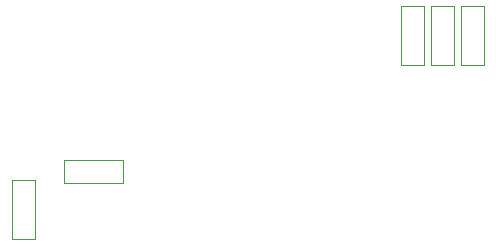
<source format=gbr>
G04 #@! TF.FileFunction,Drawing*
%FSLAX46Y46*%
G04 Gerber Fmt 4.6, Leading zero omitted, Abs format (unit mm)*
G04 Created by KiCad (PCBNEW 4.0.2-1.fc23-product) date Mon 23 May 2016 18:37:12 BST*
%MOMM*%
G01*
G04 APERTURE LIST*
%ADD10C,0.100000*%
%ADD11C,0.050800*%
G04 APERTURE END LIST*
D10*
D11*
X115067020Y-113211420D02*
X115067020Y-108268580D01*
X117032980Y-108268580D02*
X117032980Y-113211420D01*
X117032980Y-113211420D02*
X115067020Y-113211420D01*
X115067020Y-108268580D02*
X117032980Y-108268580D01*
X112527020Y-113211420D02*
X112527020Y-108268580D01*
X114492980Y-108268580D02*
X114492980Y-113211420D01*
X114492980Y-113211420D02*
X112527020Y-113211420D01*
X112527020Y-108268580D02*
X114492980Y-108268580D01*
X79617020Y-127971420D02*
X79617020Y-123028580D01*
X81582980Y-123028580D02*
X81582980Y-127971420D01*
X81582980Y-127971420D02*
X79617020Y-127971420D01*
X79617020Y-123028580D02*
X81582980Y-123028580D01*
X117607020Y-113211420D02*
X117607020Y-108268580D01*
X119572980Y-108268580D02*
X119572980Y-113211420D01*
X119572980Y-113211420D02*
X117607020Y-113211420D01*
X117607020Y-108268580D02*
X119572980Y-108268580D01*
X88971420Y-123232980D02*
X84028580Y-123232980D01*
X84028580Y-121267020D02*
X88971420Y-121267020D01*
X88971420Y-121267020D02*
X88971420Y-123232980D01*
X84028580Y-123232980D02*
X84028580Y-121267020D01*
M02*

</source>
